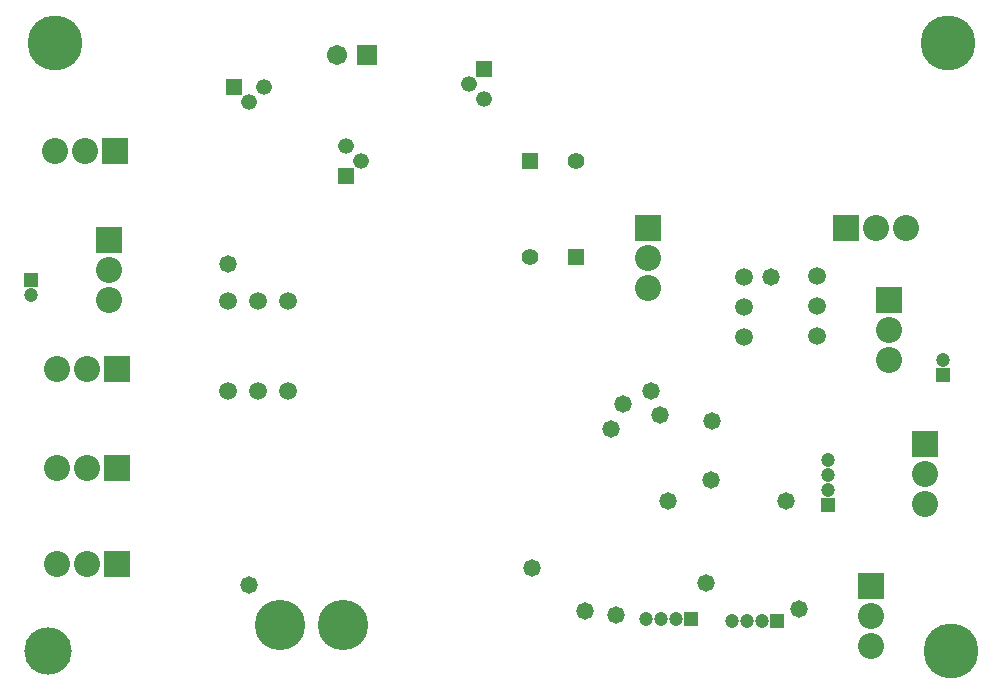
<source format=gbs>
G04*
G04 #@! TF.GenerationSoftware,Altium Limited,Altium Designer,20.0.9 (164)*
G04*
G04 Layer_Color=16711935*
%FSLAX25Y25*%
%MOIN*%
G70*
G01*
G75*
%ADD45C,0.06706*%
%ADD46R,0.06706X0.06706*%
%ADD47R,0.08713X0.08713*%
%ADD48C,0.08713*%
%ADD49R,0.08713X0.08713*%
%ADD50C,0.05950*%
%ADD51C,0.04737*%
%ADD52R,0.04737X0.04737*%
%ADD53R,0.05249X0.05249*%
%ADD54C,0.05249*%
%ADD55R,0.04737X0.04737*%
%ADD56C,0.16800*%
%ADD57R,0.05249X0.05249*%
%ADD58C,0.05524*%
%ADD59R,0.05524X0.05524*%
%ADD60C,0.05800*%
%ADD61C,0.15800*%
%ADD62C,0.18300*%
D45*
X244000Y321000D02*
D03*
D46*
X254000D02*
D03*
D47*
X347500Y263500D02*
D03*
X428000Y239500D02*
D03*
X440000Y191500D02*
D03*
X422000Y144000D02*
D03*
X168000Y259500D02*
D03*
D48*
X347500Y253500D02*
D03*
Y243500D02*
D03*
X423500Y263500D02*
D03*
X433500D02*
D03*
X428000Y229500D02*
D03*
Y219500D02*
D03*
X440000Y181500D02*
D03*
Y171500D02*
D03*
X422000Y134000D02*
D03*
Y124000D02*
D03*
X168000Y249500D02*
D03*
Y239500D02*
D03*
X150500Y151500D02*
D03*
X160500D02*
D03*
X150500Y183500D02*
D03*
X160500D02*
D03*
X150500Y216500D02*
D03*
X160500D02*
D03*
X150000Y289000D02*
D03*
X160000D02*
D03*
D49*
X413500Y263500D02*
D03*
X170500Y151500D02*
D03*
Y183500D02*
D03*
Y216500D02*
D03*
X170000Y289000D02*
D03*
D50*
X379500Y247000D02*
D03*
Y237000D02*
D03*
Y227000D02*
D03*
X404000Y227500D02*
D03*
Y237500D02*
D03*
Y247500D02*
D03*
X207500Y239000D02*
D03*
X217500D02*
D03*
X227500D02*
D03*
X207500Y209000D02*
D03*
X217500D02*
D03*
X227500D02*
D03*
D51*
X446000Y219500D02*
D03*
X142000Y241000D02*
D03*
X375500Y132500D02*
D03*
X380500D02*
D03*
X385500D02*
D03*
X347000Y133000D02*
D03*
X352000D02*
D03*
X357000D02*
D03*
X407500Y176000D02*
D03*
Y181000D02*
D03*
Y186000D02*
D03*
D52*
X446000Y214500D02*
D03*
X142000Y246000D02*
D03*
X407500Y171000D02*
D03*
D53*
X246961Y280701D02*
D03*
X293000Y316500D02*
D03*
D54*
X251961Y285701D02*
D03*
X246961Y290701D02*
D03*
X293000Y306500D02*
D03*
X288000Y311500D02*
D03*
X219500Y310500D02*
D03*
X214500Y305500D02*
D03*
D55*
X390500Y132500D02*
D03*
X362000Y133000D02*
D03*
D56*
X246130Y131000D02*
D03*
X224870D02*
D03*
D57*
X209500Y310500D02*
D03*
D58*
X323736Y285850D02*
D03*
X308150Y253811D02*
D03*
D59*
X323736Y253961D02*
D03*
X308150Y285701D02*
D03*
D60*
X398075Y136575D02*
D03*
X367000Y145000D02*
D03*
X348500Y209000D02*
D03*
X393500Y172500D02*
D03*
X368500Y179500D02*
D03*
X309000Y150000D02*
D03*
X339404Y204700D02*
D03*
X335400Y196600D02*
D03*
X207500Y251500D02*
D03*
X369100Y199000D02*
D03*
X337000Y134400D02*
D03*
X388800Y247000D02*
D03*
X214700Y144650D02*
D03*
X354400Y172500D02*
D03*
X351805Y201200D02*
D03*
X326600Y135800D02*
D03*
D61*
X147500Y122500D02*
D03*
D62*
X150000Y325000D02*
D03*
X448500Y122500D02*
D03*
X447500Y325000D02*
D03*
M02*

</source>
